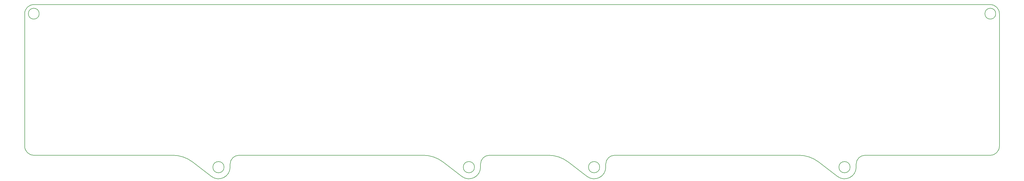
<source format=gm1>
G04 #@! TF.GenerationSoftware,KiCad,Pcbnew,5.1.5-52549c5~84~ubuntu18.04.1*
G04 #@! TF.CreationDate,2020-02-28T01:04:36-05:00*
G04 #@! TF.ProjectId,DA_Board_2,44415f42-6f61-4726-945f-322e6b696361,rev?*
G04 #@! TF.SameCoordinates,Original*
G04 #@! TF.FileFunction,Profile,NP*
%FSLAX46Y46*%
G04 Gerber Fmt 4.6, Leading zero omitted, Abs format (unit mm)*
G04 Created by KiCad (PCBNEW 5.1.5-52549c5~84~ubuntu18.04.1) date 2020-02-28 01:04:36*
%MOMM*%
%LPD*%
G04 APERTURE LIST*
%ADD10C,0.200000*%
G04 APERTURE END LIST*
D10*
X139505474Y-140841458D02*
X160103999Y-140841458D01*
X136408431Y-144998023D02*
X136408431Y-143938500D01*
X-19474001Y-140841458D02*
G75*
G02X-22649001Y-137666458I0J3175000D01*
G01*
X267472431Y-144998023D02*
X267472431Y-143938500D01*
X267472431Y-144998023D02*
G75*
G02X260935299Y-148222882I-4064000J0D01*
G01*
X267472432Y-143938500D02*
G75*
G02X270569474Y-140841458I3097042J0D01*
G01*
X116416000Y-140841457D02*
G75*
G02X123285600Y-143172334I-1J-11288543D01*
G01*
X52129474Y-140841458D02*
X116415999Y-140841458D01*
X46924231Y-144998023D02*
G75*
G03X46924231Y-144998023I-1955800J0D01*
G01*
X180096432Y-143938500D02*
G75*
G02X183193474Y-140841458I3097042J0D01*
G01*
X180096431Y-144998023D02*
X180096431Y-143938500D01*
X-22649001Y-91438458D02*
G75*
G02X-19474001Y-88263458I3175000J0D01*
G01*
X49032431Y-144998023D02*
X49032431Y-143938500D01*
X247480000Y-140841458D02*
G75*
G02X254349600Y-143172334I0J-11288542D01*
G01*
X134300231Y-144998023D02*
G75*
G03X134300231Y-144998023I-1955800J0D01*
G01*
X-17581700Y-91438458D02*
G75*
G03X-17581700Y-91438458I-1892301J0D01*
G01*
X265364231Y-144998023D02*
G75*
G03X265364231Y-144998023I-1955800J0D01*
G01*
X314281999Y-88263458D02*
X-19474001Y-88263458D01*
X314281999Y-88263458D02*
G75*
G02X317456999Y-91438458I0J-3175000D01*
G01*
X317456999Y-137666458D02*
X317456999Y-91438458D01*
X123285600Y-143172334D02*
X129871299Y-148222882D01*
X49032432Y-143938500D02*
G75*
G02X52129474Y-140841458I3097042J0D01*
G01*
X180096431Y-144998023D02*
G75*
G02X173559299Y-148222882I-4064000J0D01*
G01*
X270569474Y-140841458D02*
X314281999Y-140841458D01*
X316174299Y-91438458D02*
G75*
G03X316174299Y-91438458I-1892300J0D01*
G01*
X136408431Y-144998023D02*
G75*
G02X129871299Y-148222882I-4064000J0D01*
G01*
X160104000Y-140841457D02*
G75*
G02X166973600Y-143172334I-1J-11288543D01*
G01*
X35909600Y-143172334D02*
X42495299Y-148222882D01*
X166973600Y-143172334D02*
X173559299Y-148222882D01*
X136408432Y-143938500D02*
G75*
G02X139505474Y-140841458I3097042J0D01*
G01*
X-22649001Y-137666458D02*
X-22649001Y-91438458D01*
X254349600Y-143172334D02*
X260935299Y-148222882D01*
X49032431Y-144998023D02*
G75*
G02X42495299Y-148222882I-4064000J0D01*
G01*
X183193474Y-140841458D02*
X247480000Y-140841458D01*
X177988231Y-144998023D02*
G75*
G03X177988231Y-144998023I-1955800J0D01*
G01*
X317456999Y-137666458D02*
G75*
G02X314281999Y-140841458I-3175000J0D01*
G01*
X-19474001Y-140841458D02*
X29040000Y-140841458D01*
X29040000Y-140841458D02*
G75*
G02X35909600Y-143172334I0J-11288542D01*
G01*
M02*

</source>
